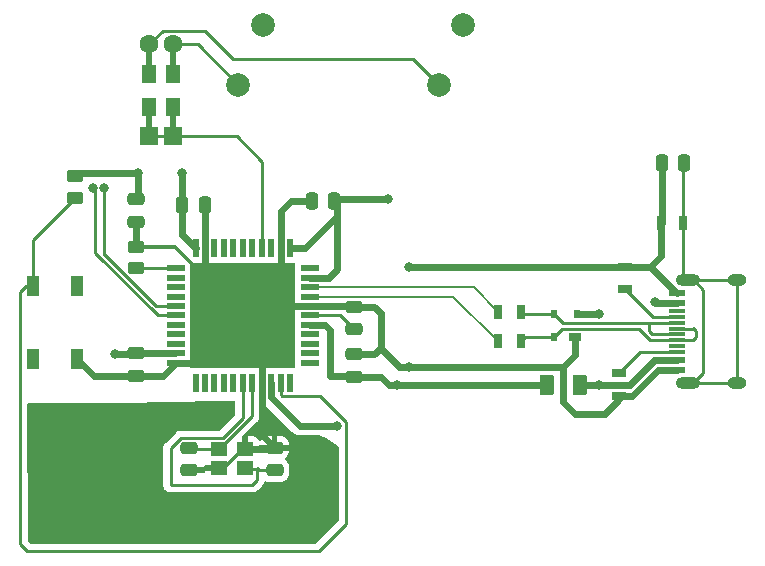
<source format=gbl>
%TF.GenerationSoftware,KiCad,Pcbnew,7.0.2*%
%TF.CreationDate,2023-06-21T18:27:12-05:00*%
%TF.ProjectId,MXB_INTMCU.kicad_pro,4d58425f-494e-4544-9d43-552e6b696361,rev?*%
%TF.SameCoordinates,Original*%
%TF.FileFunction,Copper,L2,Bot*%
%TF.FilePolarity,Positive*%
%FSLAX46Y46*%
G04 Gerber Fmt 4.6, Leading zero omitted, Abs format (unit mm)*
G04 Created by KiCad (PCBNEW 7.0.2) date 2023-06-21 18:27:12*
%MOMM*%
%LPD*%
G01*
G04 APERTURE LIST*
G04 Aperture macros list*
%AMRoundRect*
0 Rectangle with rounded corners*
0 $1 Rounding radius*
0 $2 $3 $4 $5 $6 $7 $8 $9 X,Y pos of 4 corners*
0 Add a 4 corners polygon primitive as box body*
4,1,4,$2,$3,$4,$5,$6,$7,$8,$9,$2,$3,0*
0 Add four circle primitives for the rounded corners*
1,1,$1+$1,$2,$3*
1,1,$1+$1,$4,$5*
1,1,$1+$1,$6,$7*
1,1,$1+$1,$8,$9*
0 Add four rect primitives between the rounded corners*
20,1,$1+$1,$2,$3,$4,$5,0*
20,1,$1+$1,$4,$5,$6,$7,0*
20,1,$1+$1,$6,$7,$8,$9,0*
20,1,$1+$1,$8,$9,$2,$3,0*%
G04 Aperture macros list end*
%TA.AperFunction,SMDPad,CuDef*%
%ADD10R,1.400000X1.200000*%
%TD*%
%TA.AperFunction,SMDPad,CuDef*%
%ADD11R,1.200000X1.600000*%
%TD*%
%TA.AperFunction,SMDPad,CuDef*%
%ADD12R,0.500000X2.900000*%
%TD*%
%TA.AperFunction,ComponentPad*%
%ADD13C,1.600000*%
%TD*%
%TA.AperFunction,ComponentPad*%
%ADD14R,1.600000X1.600000*%
%TD*%
%TA.AperFunction,ComponentPad*%
%ADD15C,2.000000*%
%TD*%
%TA.AperFunction,ComponentPad*%
%ADD16O,2.100000X1.000000*%
%TD*%
%TA.AperFunction,ComponentPad*%
%ADD17O,1.600000X1.000000*%
%TD*%
%TA.AperFunction,SMDPad,CuDef*%
%ADD18R,1.450000X0.600000*%
%TD*%
%TA.AperFunction,SMDPad,CuDef*%
%ADD19R,1.450000X0.300000*%
%TD*%
%TA.AperFunction,SMDPad,CuDef*%
%ADD20RoundRect,0.250000X-0.250000X-0.475000X0.250000X-0.475000X0.250000X0.475000X-0.250000X0.475000X0*%
%TD*%
%TA.AperFunction,SMDPad,CuDef*%
%ADD21R,0.700000X1.300000*%
%TD*%
%TA.AperFunction,SMDPad,CuDef*%
%ADD22RoundRect,0.250000X0.250000X0.475000X-0.250000X0.475000X-0.250000X-0.475000X0.250000X-0.475000X0*%
%TD*%
%TA.AperFunction,SMDPad,CuDef*%
%ADD23RoundRect,0.250000X0.450000X-0.262500X0.450000X0.262500X-0.450000X0.262500X-0.450000X-0.262500X0*%
%TD*%
%TA.AperFunction,SMDPad,CuDef*%
%ADD24RoundRect,0.250000X-0.450000X0.262500X-0.450000X-0.262500X0.450000X-0.262500X0.450000X0.262500X0*%
%TD*%
%TA.AperFunction,SMDPad,CuDef*%
%ADD25RoundRect,0.250000X-0.475000X0.250000X-0.475000X-0.250000X0.475000X-0.250000X0.475000X0.250000X0*%
%TD*%
%TA.AperFunction,SMDPad,CuDef*%
%ADD26R,1.100000X1.800000*%
%TD*%
%TA.AperFunction,SMDPad,CuDef*%
%ADD27RoundRect,0.250000X0.375000X0.625000X-0.375000X0.625000X-0.375000X-0.625000X0.375000X-0.625000X0*%
%TD*%
%TA.AperFunction,SMDPad,CuDef*%
%ADD28R,1.300000X0.700000*%
%TD*%
%TA.AperFunction,SMDPad,CuDef*%
%ADD29R,0.600000X0.700000*%
%TD*%
%TA.AperFunction,SMDPad,CuDef*%
%ADD30R,1.000000X0.700000*%
%TD*%
%TA.AperFunction,SMDPad,CuDef*%
%ADD31R,0.550000X1.500000*%
%TD*%
%TA.AperFunction,SMDPad,CuDef*%
%ADD32R,1.500000X0.550000*%
%TD*%
%TA.AperFunction,SMDPad,CuDef*%
%ADD33RoundRect,0.250000X0.475000X-0.250000X0.475000X0.250000X-0.475000X0.250000X-0.475000X-0.250000X0*%
%TD*%
%TA.AperFunction,ViaPad*%
%ADD34C,0.800000*%
%TD*%
%TA.AperFunction,Conductor*%
%ADD35C,0.600000*%
%TD*%
%TA.AperFunction,Conductor*%
%ADD36C,0.254000*%
%TD*%
%TA.AperFunction,Conductor*%
%ADD37C,0.431800*%
%TD*%
%TA.AperFunction,Conductor*%
%ADD38C,0.250000*%
%TD*%
%TA.AperFunction,Conductor*%
%ADD39C,0.300000*%
%TD*%
%TA.AperFunction,Conductor*%
%ADD40C,0.200000*%
%TD*%
G04 APERTURE END LIST*
D10*
%TO.P,X1,1,1*%
%TO.N,XTAL1*%
X118950000Y-92800000D03*
%TO.P,X1,2,2*%
%TO.N,GND*%
X121150000Y-92800000D03*
%TO.P,X1,3,3*%
%TO.N,XTAL2*%
X121150000Y-94400000D03*
%TO.P,X1,4,4*%
%TO.N,GND*%
X118950000Y-94400000D03*
%TD*%
D11*
%TO.P,D2,2*%
%TO.N,Net-(D2-Pad2)*%
X115050000Y-61000000D03*
D12*
X115050000Y-59900000D03*
D13*
X115050000Y-58500000D03*
D14*
%TO.P,D2,1*%
%TO.N,ROW0*%
X115050000Y-66300000D03*
D12*
X115050000Y-64900000D03*
D11*
X115050000Y-63800000D03*
%TD*%
D15*
%TO.P,SW1,2*%
%TO.N,COL0*%
X139650000Y-56900000D03*
%TO.P,SW1,1*%
%TO.N,Net-(D1-Pad2)*%
X137550000Y-61900000D03*
%TD*%
D11*
%TO.P,D1,2*%
%TO.N,Net-(D1-Pad2)*%
X113050000Y-61000000D03*
D12*
X113050000Y-59900000D03*
D13*
X113050000Y-58500000D03*
D14*
%TO.P,D1,1*%
%TO.N,ROW0*%
X113050000Y-66300000D03*
D12*
X113050000Y-64900000D03*
D11*
X113050000Y-63800000D03*
%TD*%
D15*
%TO.P,SW2,2*%
%TO.N,COL1*%
X122650000Y-56900000D03*
%TO.P,SW2,1*%
%TO.N,Net-(D2-Pad2)*%
X120550000Y-61900000D03*
%TD*%
D16*
%TO.P,USB1,13,SHIELD*%
%TO.N,Net-(USB1-SHIELD)*%
X158632500Y-87130000D03*
D17*
X162812500Y-87130000D03*
D16*
X158632500Y-78490000D03*
D17*
X162812500Y-78490000D03*
D18*
%TO.P,USB1,12,GND*%
%TO.N,GND*%
X157717500Y-86035000D03*
%TO.P,USB1,11,VBUS*%
%TO.N,VCC*%
X157717500Y-85260000D03*
D19*
%TO.P,USB1,10,CC2*%
%TO.N,Net-(USB1-CC2)*%
X157717500Y-84560000D03*
%TO.P,USB1,9,SBU1*%
%TO.N,unconnected-(USB1-SBU1-Pad9)*%
X157717500Y-84060000D03*
%TO.P,USB1,8,DP2*%
%TO.N,Net-(U2-IO1)*%
X157717500Y-83560000D03*
%TO.P,USB1,7,DN1*%
%TO.N,Net-(U2-IO2)*%
X157717500Y-83060000D03*
%TO.P,USB1,6,DP1*%
%TO.N,Net-(U2-IO1)*%
X157717500Y-82560000D03*
%TO.P,USB1,5,DN2*%
%TO.N,Net-(U2-IO2)*%
X157717500Y-82060000D03*
%TO.P,USB1,4,CC1*%
%TO.N,Net-(USB1-CC1)*%
X157717500Y-81560000D03*
%TO.P,USB1,3,SBU2*%
%TO.N,unconnected-(USB1-SBU2-Pad3)*%
X157717500Y-81060000D03*
D18*
%TO.P,USB1,2,VBUS*%
%TO.N,VCC*%
X157717500Y-80360000D03*
%TO.P,USB1,1,GND*%
%TO.N,GND*%
X157717500Y-79585000D03*
%TD*%
D20*
%TO.P,C9,2*%
%TO.N,Net-(USB1-SHIELD)*%
X158350000Y-68550000D03*
%TO.P,C9,1*%
%TO.N,GND*%
X156450000Y-68550000D03*
%TD*%
D21*
%TO.P,UR4,2*%
%TO.N,D-*%
X142600000Y-81150000D03*
%TO.P,UR4,1*%
%TO.N,Net-(U2-IO2)*%
X144500000Y-81150000D03*
%TD*%
D22*
%TO.P,C7,2*%
%TO.N,GND*%
X126800000Y-71725000D03*
%TO.P,C7,1*%
%TO.N,+5V*%
X128700000Y-71725000D03*
%TD*%
D21*
%TO.P,UR1,2*%
%TO.N,Net-(USB1-SHIELD)*%
X158275000Y-73660000D03*
%TO.P,UR1,1*%
%TO.N,GND*%
X156375000Y-73660000D03*
%TD*%
D23*
%TO.P,R2,2*%
%TO.N,GND*%
X111950000Y-75637500D03*
%TO.P,R2,1*%
%TO.N,Net-(U1-~{HWB{slash}PE2})*%
X111950000Y-77462500D03*
%TD*%
D24*
%TO.P,R1,2*%
%TO.N,Net-(U1-~{RESET})*%
X106800000Y-71487500D03*
%TO.P,R1,1*%
%TO.N,+5V*%
X106800000Y-69662500D03*
%TD*%
D25*
%TO.P,C3,2*%
%TO.N,GND*%
X111925000Y-86550000D03*
%TO.P,C3,1*%
%TO.N,+5V*%
X111925000Y-84650000D03*
%TD*%
D26*
%TO.P,SW50,4*%
%TO.N,N/C*%
X106925000Y-78925000D03*
%TO.P,SW50,3*%
X103225000Y-85125000D03*
%TO.P,SW50,2,2*%
%TO.N,Net-(U1-~{RESET})*%
X103225000Y-78925000D03*
%TO.P,SW50,1,1*%
%TO.N,GND*%
X106925000Y-85125000D03*
%TD*%
D27*
%TO.P,F1,2*%
%TO.N,+5V*%
X146700000Y-87300000D03*
%TO.P,F1,1*%
%TO.N,VCC*%
X149500000Y-87300000D03*
%TD*%
D25*
%TO.P,C8,2*%
%TO.N,Net-(U1-UCap)*%
X130375000Y-82625000D03*
%TO.P,C8,1*%
%TO.N,GND*%
X130375000Y-80725000D03*
%TD*%
D28*
%TO.P,UR3,2*%
%TO.N,Net-(USB1-CC2)*%
X152850000Y-86350000D03*
%TO.P,UR3,1*%
%TO.N,GND*%
X152850000Y-88250000D03*
%TD*%
D29*
%TO.P,U2,4,VCC*%
%TO.N,VCC*%
X149250000Y-81300000D03*
%TO.P,U2,3,IO2*%
%TO.N,Net-(U2-IO2)*%
X147350000Y-81300000D03*
%TO.P,U2,2,IO1*%
%TO.N,Net-(U2-IO1)*%
X147350000Y-83300000D03*
D30*
%TO.P,U2,1,GND*%
%TO.N,GND*%
X149050000Y-83300000D03*
%TD*%
D25*
%TO.P,C6,2*%
%TO.N,GND*%
X111925000Y-73500000D03*
%TO.P,C6,1*%
%TO.N,+5V*%
X111925000Y-71600000D03*
%TD*%
%TO.P,C2,2*%
%TO.N,GND*%
X116450000Y-94550000D03*
%TO.P,C2,1*%
%TO.N,XTAL1*%
X116450000Y-92650000D03*
%TD*%
D20*
%TO.P,C5,2*%
%TO.N,GND*%
X117750000Y-72100000D03*
%TO.P,C5,1*%
%TO.N,+5V*%
X115850000Y-72100000D03*
%TD*%
D31*
%TO.P,U1,44,AVCC*%
%TO.N,+5V*%
X124968750Y-75753750D03*
%TO.P,U1,43,GND*%
%TO.N,GND*%
X124168750Y-75753750D03*
%TO.P,U1,42,AREF*%
%TO.N,unconnected-(U1-AREF-Pad42)*%
X123368750Y-75753750D03*
%TO.P,U1,41,PF0*%
%TO.N,ROW0*%
X122568750Y-75753750D03*
%TO.P,U1,40,PF1*%
%TO.N,unconnected-(U1-PF1-Pad40)*%
X121768750Y-75753750D03*
%TO.P,U1,39,PF4*%
%TO.N,unconnected-(U1-PF4-Pad39)*%
X120968750Y-75753750D03*
%TO.P,U1,38,PF5*%
%TO.N,unconnected-(U1-PF5-Pad38)*%
X120168750Y-75753750D03*
%TO.P,U1,37,PF6*%
%TO.N,unconnected-(U1-PF6-Pad37)*%
X119368750Y-75753750D03*
%TO.P,U1,36,PF7*%
%TO.N,unconnected-(U1-PF7-Pad36)*%
X118568750Y-75753750D03*
%TO.P,U1,35,GND*%
%TO.N,GND*%
X117768750Y-75753750D03*
%TO.P,U1,34,VCC*%
%TO.N,+5V*%
X116968750Y-75753750D03*
D32*
%TO.P,U1,33,~{HWB/PE2}*%
%TO.N,Net-(U1-~{HWB{slash}PE2})*%
X115268750Y-77453750D03*
%TO.P,U1,32,PC7*%
%TO.N,unconnected-(U1-PC7-Pad32)*%
X115268750Y-78253750D03*
%TO.P,U1,31,PC6*%
%TO.N,unconnected-(U1-PC6-Pad31)*%
X115268750Y-79053750D03*
%TO.P,U1,30,PB6*%
%TO.N,unconnected-(U1-PB6-Pad30)*%
X115268750Y-79853750D03*
%TO.P,U1,29,PB5*%
%TO.N,COL1*%
X115268750Y-80653750D03*
%TO.P,U1,28,PB4*%
%TO.N,COL0*%
X115268750Y-81453750D03*
%TO.P,U1,27,T0/PD7*%
%TO.N,unconnected-(U1-T0{slash}PD7-Pad27)*%
X115268750Y-82253750D03*
%TO.P,U1,26,T1/PD6*%
%TO.N,unconnected-(U1-T1{slash}PD6-Pad26)*%
X115268750Y-83053750D03*
%TO.P,U1,25,ICP1/PD4*%
%TO.N,unconnected-(U1-ICP1{slash}PD4-Pad25)*%
X115268750Y-83853750D03*
%TO.P,U1,24,AVCC*%
%TO.N,+5V*%
X115268750Y-84653750D03*
%TO.P,U1,23,GND*%
%TO.N,GND*%
X115268750Y-85453750D03*
D31*
%TO.P,U1,22,PD5/XCK1*%
%TO.N,COL9*%
X116968750Y-87153750D03*
%TO.P,U1,21,PD3/TXD1*%
%TO.N,COL8*%
X117768750Y-87153750D03*
%TO.P,U1,20,PD2/RXD1*%
%TO.N,COL7*%
X118568750Y-87153750D03*
%TO.P,U1,19,PD1/INT1*%
%TO.N,COL6*%
X119368750Y-87153750D03*
%TO.P,U1,18,PD0/INT0*%
%TO.N,COL5*%
X120168750Y-87153750D03*
%TO.P,U1,17,XTAL2*%
%TO.N,XTAL2*%
X120968750Y-87153750D03*
%TO.P,U1,16,XTAL1*%
%TO.N,XTAL1*%
X121768750Y-87153750D03*
%TO.P,U1,15,GND*%
%TO.N,GND*%
X122568750Y-87153750D03*
%TO.P,U1,14,VCC*%
%TO.N,+5V*%
X123368750Y-87153750D03*
%TO.P,U1,13,~{RESET}*%
%TO.N,Net-(U1-~{RESET})*%
X124168750Y-87153750D03*
%TO.P,U1,12,PB7/~{RTS}*%
%TO.N,unconnected-(U1-PB7{slash}~{RTS}-Pad12)*%
X124968750Y-87153750D03*
D32*
%TO.P,U1,11,PB3/MISO*%
%TO.N,unconnected-(U1-PB3{slash}MISO-Pad11)*%
X126668750Y-85453750D03*
%TO.P,U1,10,PB2/MOSI*%
%TO.N,unconnected-(U1-PB2{slash}MOSI-Pad10)*%
X126668750Y-84653750D03*
%TO.P,U1,9,PB1/SCK*%
%TO.N,unconnected-(U1-PB1{slash}SCK-Pad9)*%
X126668750Y-83853750D03*
%TO.P,U1,8,PB0/SS*%
%TO.N,unconnected-(U1-PB0{slash}SS-Pad8)*%
X126668750Y-83053750D03*
%TO.P,U1,7,VBus*%
%TO.N,+5V*%
X126668750Y-82253750D03*
%TO.P,U1,6,UCap*%
%TO.N,Net-(U1-UCap)*%
X126668750Y-81453750D03*
%TO.P,U1,5,UGnd*%
%TO.N,GND*%
X126668750Y-80653750D03*
%TO.P,U1,4,D+*%
%TO.N,D+*%
X126668750Y-79853750D03*
%TO.P,U1,3,D-*%
%TO.N,D-*%
X126668750Y-79053750D03*
%TO.P,U1,2,UVcc*%
%TO.N,+5V*%
X126668750Y-78253750D03*
%TO.P,U1,1,PE6/AIN0*%
%TO.N,unconnected-(U1-PE6{slash}AIN0-Pad1)*%
X126668750Y-77453750D03*
%TD*%
D25*
%TO.P,C1,2*%
%TO.N,XTAL2*%
X123650000Y-94550000D03*
%TO.P,C1,1*%
%TO.N,GND*%
X123650000Y-92650000D03*
%TD*%
D33*
%TO.P,C4,2*%
%TO.N,GND*%
X130350000Y-84730000D03*
%TO.P,C4,1*%
%TO.N,+5V*%
X130350000Y-86630000D03*
%TD*%
D21*
%TO.P,UR5,2*%
%TO.N,Net-(U2-IO1)*%
X144500000Y-83650000D03*
%TO.P,UR5,1*%
%TO.N,D+*%
X142600000Y-83650000D03*
%TD*%
D28*
%TO.P,UR2,2*%
%TO.N,GND*%
X153350000Y-77350000D03*
%TO.P,UR2,1*%
%TO.N,Net-(USB1-CC1)*%
X153350000Y-79250000D03*
%TD*%
D34*
%TO.N,GND*%
X135050000Y-85800000D03*
X135050000Y-77350000D03*
%TO.N,COL0*%
X108250497Y-70700000D03*
%TO.N,COL1*%
X109250000Y-70700000D03*
%TO.N,GND*%
X106275000Y-99275000D03*
X106075000Y-91175000D03*
X126275000Y-98050000D03*
X117725000Y-99175000D03*
%TO.N,VCC*%
X151100000Y-81300000D03*
%TO.N,+5V*%
X128975000Y-90800000D03*
X133288000Y-71554000D03*
X112100000Y-69375000D03*
X134050000Y-87375000D03*
X115825000Y-69375000D03*
%TO.N,VCC*%
X151100000Y-87300000D03*
%TO.N,+5V*%
X110150000Y-84675000D03*
%TO.N,VCC*%
X155850000Y-80300000D03*
%TD*%
D35*
%TO.N,GND*%
X115268750Y-85453750D02*
X119196250Y-85453750D01*
X119196250Y-85453750D02*
X122568750Y-82081250D01*
%TO.N,+5V*%
X133380000Y-87375000D02*
X132635000Y-86630000D01*
X132635000Y-86630000D02*
X130350000Y-86630000D01*
X134050000Y-87375000D02*
X133380000Y-87375000D01*
X146625000Y-87375000D02*
X146700000Y-87300000D01*
X134050000Y-87375000D02*
X146625000Y-87375000D01*
D36*
%TO.N,GND*%
X116550000Y-94450000D02*
X116450000Y-94550000D01*
X118950000Y-94450000D02*
X116550000Y-94450000D01*
X119196000Y-94450000D02*
X120896000Y-92750000D01*
X120896000Y-92750000D02*
X121150000Y-92750000D01*
X118950000Y-94450000D02*
X119196000Y-94450000D01*
D37*
X118950000Y-94450000D02*
X118950000Y-94400000D01*
D35*
X135050000Y-77350000D02*
X153350000Y-77350000D01*
%TO.N,+5V*%
X128350000Y-86550000D02*
X130270000Y-86550000D01*
X130270000Y-86550000D02*
X130350000Y-86630000D01*
X128350000Y-82710000D02*
X128350000Y-86550000D01*
X127893750Y-82253750D02*
X128350000Y-82710000D01*
X126668750Y-82253750D02*
X127893750Y-82253750D01*
%TO.N,GND*%
X153900000Y-88250000D02*
X152850000Y-88250000D01*
X156115000Y-86035000D02*
X153900000Y-88250000D01*
X157717500Y-86035000D02*
X156115000Y-86035000D01*
X108350000Y-86550000D02*
X106925000Y-85125000D01*
X111925000Y-86550000D02*
X108350000Y-86550000D01*
X132630000Y-84210000D02*
X134220000Y-85800000D01*
X134220000Y-85800000D02*
X148100000Y-85800000D01*
X132630000Y-84210000D02*
X132630000Y-81240000D01*
X132115000Y-80725000D02*
X130375000Y-80725000D01*
X132110000Y-84730000D02*
X132630000Y-84210000D01*
X130350000Y-84730000D02*
X132110000Y-84730000D01*
X132630000Y-81240000D02*
X132115000Y-80725000D01*
D38*
%TO.N,Net-(U2-IO1)*%
X144850000Y-83300000D02*
X144500000Y-83650000D01*
X147350000Y-83300000D02*
X144850000Y-83300000D01*
D35*
%TO.N,+5V*%
X133288000Y-71554000D02*
X128871000Y-71554000D01*
X128871000Y-71554000D02*
X128700000Y-71725000D01*
%TO.N,GND*%
X123550000Y-92750000D02*
X123650000Y-92650000D01*
X121150000Y-92750000D02*
X123550000Y-92750000D01*
D38*
%TO.N,XTAL2*%
X122125000Y-94450000D02*
X122175000Y-94400000D01*
X121150000Y-94450000D02*
X122125000Y-94450000D01*
X123650000Y-94550000D02*
X122325000Y-94550000D01*
X122325000Y-94550000D02*
X122175000Y-94400000D01*
D35*
%TO.N,GND*%
X122568750Y-91568750D02*
X123650000Y-92650000D01*
X122568750Y-87153750D02*
X122568750Y-91568750D01*
D38*
%TO.N,Net-(D2-Pad2)*%
X115050000Y-58500000D02*
X117150000Y-58500000D01*
X117150000Y-58500000D02*
X120550000Y-61900000D01*
%TO.N,Net-(D1-Pad2)*%
X117775000Y-57375000D02*
X120100000Y-59700000D01*
X114175000Y-57375000D02*
X117775000Y-57375000D01*
X120100000Y-59700000D02*
X135350000Y-59700000D01*
X113050000Y-58500000D02*
X114175000Y-57375000D01*
X135350000Y-59700000D02*
X137550000Y-61900000D01*
%TO.N,ROW0*%
X115050000Y-66300000D02*
X113050000Y-66300000D01*
X122568750Y-68418750D02*
X120450000Y-66300000D01*
X120450000Y-66300000D02*
X115050000Y-66300000D01*
X122568750Y-75753750D02*
X122568750Y-68418750D01*
%TO.N,COL0*%
X108450000Y-70700000D02*
X108250497Y-70700000D01*
X113767354Y-81453750D02*
X108450000Y-76136396D01*
X108450000Y-76136396D02*
X108450000Y-70700000D01*
X115268750Y-81453750D02*
X113767354Y-81453750D01*
%TO.N,COL1*%
X109250000Y-76300000D02*
X109250000Y-70700000D01*
X109261827Y-76300000D02*
X109250000Y-76300000D01*
X113615577Y-80653750D02*
X109261827Y-76300000D01*
X115268750Y-80653750D02*
X113615577Y-80653750D01*
%TO.N,Net-(U1-~{RESET})*%
X103225000Y-75062500D02*
X103225000Y-78925000D01*
X106800000Y-71487500D02*
X103225000Y-75062500D01*
D35*
%TO.N,+5V*%
X107087500Y-69375000D02*
X106800000Y-69662500D01*
X112100000Y-69375000D02*
X107087500Y-69375000D01*
D38*
%TO.N,Net-(U1-~{RESET})*%
X102625000Y-78925000D02*
X103225000Y-78925000D01*
X102075000Y-79475000D02*
X102625000Y-78925000D01*
X102075000Y-100800000D02*
X102075000Y-79475000D01*
X102675000Y-101400000D02*
X102075000Y-100800000D01*
X127425000Y-101400000D02*
X102675000Y-101400000D01*
X129700000Y-99125000D02*
X127425000Y-101400000D01*
X129700000Y-90499695D02*
X129700000Y-99125000D01*
X124309866Y-88294866D02*
X127495171Y-88294866D01*
X124168750Y-88153750D02*
X124309866Y-88294866D01*
X124168750Y-87153750D02*
X124168750Y-88153750D01*
X127495171Y-88294866D02*
X129700000Y-90499695D01*
D35*
%TO.N,GND*%
X148675000Y-89375000D02*
X148200000Y-88900000D01*
X122568750Y-82081250D02*
X122568750Y-87153750D01*
X148100000Y-85800000D02*
X148100000Y-88800000D01*
X117768750Y-72118750D02*
X117768750Y-75753750D01*
X155482500Y-77350000D02*
X157717500Y-79585000D01*
D39*
X115212500Y-75637500D02*
X116856250Y-77281250D01*
D35*
X125075000Y-71725000D02*
X124168750Y-72631250D01*
X153350000Y-77350000D02*
X155482500Y-77350000D01*
X151600000Y-89800000D02*
X152850000Y-88550000D01*
X152850000Y-88550000D02*
X152850000Y-88250000D01*
X114172500Y-86550000D02*
X115268750Y-85453750D01*
X156375000Y-73660000D02*
X156375000Y-76457500D01*
X156375000Y-76457500D02*
X155482500Y-77350000D01*
X123500000Y-92800000D02*
X123650000Y-92650000D01*
X117750000Y-72100000D02*
X117768750Y-72118750D01*
X130303750Y-80653750D02*
X126668750Y-80653750D01*
X111925000Y-86550000D02*
X114172500Y-86550000D01*
X126800000Y-71725000D02*
X125075000Y-71725000D01*
X124168750Y-72631250D02*
X124168750Y-75753750D01*
D39*
X111950000Y-75637500D02*
X115212500Y-75637500D01*
D35*
X124168750Y-80481250D02*
X122568750Y-82081250D01*
X156450000Y-68550000D02*
X156450000Y-73585000D01*
X149100000Y-84800000D02*
X148100000Y-85800000D01*
X148675000Y-89375000D02*
X149100000Y-89800000D01*
X124168750Y-80481250D02*
X124341250Y-80653750D01*
X124168750Y-75753750D02*
X124168750Y-80481250D01*
D39*
X116856250Y-77281250D02*
X117768750Y-77281250D01*
D35*
X111925000Y-75612500D02*
X111950000Y-75637500D01*
X130375000Y-80725000D02*
X130303750Y-80653750D01*
X149100000Y-83300000D02*
X149100000Y-84800000D01*
X111925000Y-73500000D02*
X111925000Y-75612500D01*
X117768750Y-77281250D02*
X122568750Y-82081250D01*
X156450000Y-73585000D02*
X156375000Y-73660000D01*
X148100000Y-88800000D02*
X148675000Y-89375000D01*
X117768750Y-75753750D02*
X117768750Y-77281250D01*
X149050000Y-83300000D02*
X149100000Y-83300000D01*
X149100000Y-89800000D02*
X151600000Y-89800000D01*
X124341250Y-80653750D02*
X126668750Y-80653750D01*
D40*
%TO.N,D+*%
X142600000Y-83650000D02*
X138803750Y-79853750D01*
X138803750Y-79853750D02*
X126668750Y-79853750D01*
%TO.N,D-*%
X142600000Y-81150000D02*
X140503750Y-79053750D01*
X140503750Y-79053750D02*
X126668750Y-79053750D01*
D38*
%TO.N,Net-(U1-UCap)*%
X130375000Y-82625000D02*
X129203750Y-81453750D01*
X129203750Y-81453750D02*
X126668750Y-81453750D01*
%TO.N,Net-(USB1-SHIELD)*%
X162812500Y-78490000D02*
X158632500Y-78490000D01*
X158350000Y-68550000D02*
X158275000Y-68625000D01*
X159950000Y-86300000D02*
X159120000Y-87130000D01*
X158275000Y-73660000D02*
X158275000Y-78132500D01*
X158275000Y-68625000D02*
X158275000Y-73660000D01*
X162812500Y-87130000D02*
X158632500Y-87130000D01*
X158632500Y-78490000D02*
X159182500Y-78490000D01*
X158275000Y-78132500D02*
X158632500Y-78490000D01*
X159120000Y-87130000D02*
X158632500Y-87130000D01*
X159182500Y-78490000D02*
X159950000Y-79257500D01*
X162812500Y-87130000D02*
X162812500Y-78490000D01*
X159950000Y-79257500D02*
X159950000Y-86300000D01*
D35*
%TO.N,+5V*%
X115825000Y-69375000D02*
X115825000Y-72075000D01*
%TO.N,VCC*%
X149500000Y-87300000D02*
X153718630Y-87300000D01*
%TO.N,+5V*%
X123368750Y-88378750D02*
X123368750Y-87153750D01*
X126271250Y-75753750D02*
X128950000Y-73075000D01*
X128700000Y-71725000D02*
X128950000Y-71975000D01*
X110150000Y-84675000D02*
X111900000Y-84675000D01*
X128950000Y-77525000D02*
X128221250Y-78253750D01*
X124968750Y-75753750D02*
X126271250Y-75753750D01*
%TO.N,VCC*%
X155783629Y-85235000D02*
X157692500Y-85235000D01*
%TO.N,+5V*%
X115850000Y-74635000D02*
X116968750Y-75753750D01*
%TO.N,VCC*%
X149250000Y-81300000D02*
X151100000Y-81300000D01*
%TO.N,+5V*%
X112100000Y-69375000D02*
X112100000Y-71425000D01*
%TO.N,VCC*%
X153718630Y-87300000D02*
X155783629Y-85235000D01*
%TO.N,+5V*%
X128221250Y-78253750D02*
X126668750Y-78253750D01*
X111925000Y-84650000D02*
X115265000Y-84650000D01*
X128975000Y-90800000D02*
X125790000Y-90800000D01*
X115825000Y-72075000D02*
X115850000Y-72100000D01*
X128950000Y-71975000D02*
X128950000Y-73075000D01*
X115850000Y-72100000D02*
X115850000Y-74635000D01*
X111900000Y-84675000D02*
X111925000Y-84650000D01*
X125790000Y-90800000D02*
X123368750Y-88378750D01*
X112100000Y-71425000D02*
X111925000Y-71600000D01*
X128950000Y-73075000D02*
X128950000Y-77525000D01*
%TO.N,VCC*%
X155935000Y-80385000D02*
X157717500Y-80385000D01*
X155850000Y-80300000D02*
X155935000Y-80385000D01*
D38*
%TO.N,Net-(U1-~{HWB{slash}PE2})*%
X111958750Y-77453750D02*
X115268750Y-77453750D01*
X111950000Y-77462500D02*
X111958750Y-77453750D01*
%TO.N,Net-(U2-IO1)*%
X159090000Y-83560000D02*
X159350000Y-83300000D01*
X147350000Y-83300000D02*
X148025000Y-82625000D01*
X159350000Y-82800000D02*
X159100000Y-82550000D01*
X159100000Y-82550000D02*
X159090000Y-82560000D01*
X155473604Y-83560000D02*
X157717500Y-83560000D01*
X157717500Y-83560000D02*
X159090000Y-83560000D01*
X154538604Y-82625000D02*
X155473604Y-83560000D01*
X148025000Y-82625000D02*
X154538604Y-82625000D01*
X159090000Y-82560000D02*
X157717500Y-82560000D01*
X159350000Y-83300000D02*
X159350000Y-82800000D01*
%TO.N,Net-(U2-IO2)*%
X157717500Y-83060000D02*
X155610000Y-83060000D01*
X147350000Y-81300000D02*
X144650000Y-81300000D01*
X155610000Y-83060000D02*
X155350000Y-82800000D01*
X147350000Y-81300000D02*
X148110000Y-82060000D01*
X148110000Y-82060000D02*
X155350000Y-82060000D01*
X155350000Y-82060000D02*
X157717500Y-82060000D01*
X144650000Y-81300000D02*
X144500000Y-81150000D01*
X155350000Y-82800000D02*
X155350000Y-82060000D01*
%TO.N,Net-(USB1-CC1)*%
X155660000Y-81560000D02*
X157717500Y-81560000D01*
X153350000Y-79250000D02*
X155660000Y-81560000D01*
%TO.N,Net-(USB1-CC2)*%
X154590000Y-84560000D02*
X157717500Y-84560000D01*
X152850000Y-86300000D02*
X154590000Y-84560000D01*
X152850000Y-86350000D02*
X152850000Y-86300000D01*
%TO.N,XTAL2*%
X120968750Y-90144854D02*
X120968750Y-87153750D01*
X119288604Y-91825000D02*
X120968750Y-90144854D01*
X122175000Y-94400000D02*
X122175000Y-95375000D01*
X114850000Y-92711827D02*
X115736827Y-91825000D01*
X122175000Y-95375000D02*
X121750000Y-95800000D01*
X115736827Y-91825000D02*
X119288604Y-91825000D01*
X114850000Y-95800000D02*
X114850000Y-92711827D01*
X121750000Y-95800000D02*
X114850000Y-95800000D01*
%TO.N,XTAL1*%
X118950000Y-92800000D02*
X121768750Y-89981250D01*
X116600000Y-92800000D02*
X118950000Y-92800000D01*
X121768750Y-89981250D02*
X121768750Y-87153750D01*
X116450000Y-92650000D02*
X116600000Y-92800000D01*
%TD*%
%TA.AperFunction,Conductor*%
%TO.N,GND*%
G36*
X117864969Y-76766693D02*
G01*
X117868016Y-76770209D01*
X117915348Y-76833437D01*
X117936204Y-76861296D01*
X117969061Y-76885892D01*
X118010931Y-76941822D01*
X118018750Y-76985158D01*
X118018750Y-77003750D01*
X118088268Y-77003750D01*
X118094880Y-77003395D01*
X118153148Y-76997131D01*
X118179659Y-76997130D01*
X118186264Y-76997840D01*
X118186267Y-76997841D01*
X118245877Y-77004250D01*
X118891622Y-77004249D01*
X118951233Y-76997841D01*
X118951234Y-76997840D01*
X118955499Y-76997382D01*
X118982009Y-76997383D01*
X118986266Y-76997840D01*
X118986267Y-76997841D01*
X119045877Y-77004250D01*
X119691622Y-77004249D01*
X119751233Y-76997841D01*
X119751234Y-76997840D01*
X119755499Y-76997382D01*
X119782009Y-76997383D01*
X119786266Y-76997840D01*
X119786267Y-76997841D01*
X119845877Y-77004250D01*
X120491622Y-77004249D01*
X120551233Y-76997841D01*
X120551234Y-76997840D01*
X120555499Y-76997382D01*
X120582009Y-76997383D01*
X120586266Y-76997840D01*
X120586267Y-76997841D01*
X120645877Y-77004250D01*
X121291622Y-77004249D01*
X121351233Y-76997841D01*
X121351234Y-76997840D01*
X121355499Y-76997382D01*
X121382009Y-76997383D01*
X121386266Y-76997840D01*
X121386267Y-76997841D01*
X121445877Y-77004250D01*
X122091622Y-77004249D01*
X122151233Y-76997841D01*
X122151234Y-76997840D01*
X122155499Y-76997382D01*
X122182009Y-76997383D01*
X122186266Y-76997840D01*
X122186267Y-76997841D01*
X122245877Y-77004250D01*
X122891622Y-77004249D01*
X122951233Y-76997841D01*
X122951234Y-76997840D01*
X122955499Y-76997382D01*
X122982009Y-76997383D01*
X122986266Y-76997840D01*
X122986267Y-76997841D01*
X123045877Y-77004250D01*
X123691622Y-77004249D01*
X123751233Y-76997841D01*
X123751235Y-76997840D01*
X123757841Y-76997130D01*
X123784351Y-76997131D01*
X123842619Y-77003395D01*
X123849232Y-77003750D01*
X123918750Y-77003750D01*
X123918749Y-77003749D01*
X123918749Y-76985162D01*
X123938432Y-76918122D01*
X123968433Y-76885896D01*
X124001296Y-76861296D01*
X124022151Y-76833437D01*
X124317747Y-76836642D01*
X124336203Y-76861295D01*
X124336204Y-76861296D01*
X124369061Y-76885892D01*
X124410931Y-76941822D01*
X124418750Y-76985158D01*
X124418750Y-77003750D01*
X124488268Y-77003750D01*
X124494880Y-77003395D01*
X124553148Y-76997131D01*
X124579659Y-76997130D01*
X124586264Y-76997840D01*
X124586267Y-76997841D01*
X124645877Y-77004250D01*
X125276078Y-77004249D01*
X125343117Y-77023933D01*
X125388872Y-77076737D01*
X125400077Y-77127902D01*
X125415180Y-82579930D01*
X125418250Y-83688338D01*
X125418250Y-84173307D01*
X125418250Y-84173325D01*
X125418251Y-84176622D01*
X125418603Y-84179905D01*
X125418605Y-84179925D01*
X125418947Y-84183106D01*
X125419655Y-84195992D01*
X125419966Y-84307919D01*
X125419256Y-84321514D01*
X125418604Y-84327580D01*
X125418250Y-84330877D01*
X125418250Y-84334187D01*
X125418250Y-84334188D01*
X125418250Y-84973310D01*
X125418250Y-84973328D01*
X125418251Y-84976622D01*
X125418604Y-84979908D01*
X125418605Y-84979922D01*
X125421220Y-85004255D01*
X125421930Y-85017160D01*
X125422126Y-85087825D01*
X125421416Y-85101421D01*
X125418603Y-85127584D01*
X125418601Y-85127603D01*
X125418250Y-85130877D01*
X125418250Y-85134187D01*
X125418250Y-85134188D01*
X125418251Y-85776622D01*
X125418156Y-85773077D01*
X125402136Y-85840789D01*
X125351842Y-85889290D01*
X125288100Y-85903156D01*
X125291623Y-85903250D01*
X124649189Y-85903250D01*
X124649170Y-85903250D01*
X124645878Y-85903251D01*
X124642601Y-85903603D01*
X124642587Y-85903604D01*
X124582003Y-85910117D01*
X124555497Y-85910117D01*
X124494918Y-85903604D01*
X124494913Y-85903603D01*
X124491623Y-85903250D01*
X124488300Y-85903250D01*
X123849189Y-85903250D01*
X123849170Y-85903250D01*
X123845878Y-85903251D01*
X123842601Y-85903603D01*
X123842587Y-85903604D01*
X123782003Y-85910117D01*
X123755497Y-85910117D01*
X123694918Y-85903604D01*
X123694913Y-85903603D01*
X123691623Y-85903250D01*
X123688300Y-85903250D01*
X123049189Y-85903250D01*
X123049170Y-85903250D01*
X123045878Y-85903251D01*
X123042603Y-85903603D01*
X123042585Y-85903604D01*
X122979657Y-85910369D01*
X122953151Y-85910369D01*
X122894867Y-85904103D01*
X122888268Y-85903750D01*
X122818749Y-85903750D01*
X122818749Y-85922342D01*
X122799063Y-85989381D01*
X122769061Y-86021606D01*
X122736204Y-86046203D01*
X122668015Y-86137291D01*
X122654259Y-86147587D01*
X122479639Y-86149011D01*
X122469482Y-86137289D01*
X122401296Y-86046203D01*
X122368439Y-86021607D01*
X122326567Y-85965674D01*
X122318749Y-85922336D01*
X122318750Y-85903750D01*
X122249232Y-85903750D01*
X122242632Y-85904103D01*
X122184350Y-85910369D01*
X122157843Y-85910369D01*
X122094919Y-85903604D01*
X122094912Y-85903603D01*
X122091623Y-85903250D01*
X122088300Y-85903250D01*
X121449189Y-85903250D01*
X121449170Y-85903250D01*
X121445878Y-85903251D01*
X121442601Y-85903603D01*
X121442587Y-85903604D01*
X121382003Y-85910117D01*
X121355497Y-85910117D01*
X121294918Y-85903604D01*
X121294913Y-85903603D01*
X121291623Y-85903250D01*
X121288300Y-85903250D01*
X120649189Y-85903250D01*
X120649170Y-85903250D01*
X120645878Y-85903251D01*
X120642601Y-85903603D01*
X120642587Y-85903604D01*
X120582003Y-85910117D01*
X120555497Y-85910117D01*
X120494918Y-85903604D01*
X120494913Y-85903603D01*
X120491623Y-85903250D01*
X120488300Y-85903250D01*
X119849189Y-85903250D01*
X119849170Y-85903250D01*
X119845878Y-85903251D01*
X119842601Y-85903603D01*
X119842587Y-85903604D01*
X119782003Y-85910117D01*
X119755497Y-85910117D01*
X119694918Y-85903604D01*
X119694913Y-85903603D01*
X119691623Y-85903250D01*
X119688300Y-85903250D01*
X119049189Y-85903250D01*
X119049170Y-85903250D01*
X119045878Y-85903251D01*
X119042601Y-85903603D01*
X119042587Y-85903604D01*
X118982003Y-85910117D01*
X118955497Y-85910117D01*
X118894918Y-85903604D01*
X118894913Y-85903603D01*
X118891623Y-85903250D01*
X118888300Y-85903250D01*
X118249189Y-85903250D01*
X118249170Y-85903250D01*
X118245878Y-85903251D01*
X118242601Y-85903603D01*
X118242587Y-85903604D01*
X118182003Y-85910117D01*
X118155497Y-85910117D01*
X118094918Y-85903604D01*
X118094913Y-85903603D01*
X118091623Y-85903250D01*
X118088300Y-85903250D01*
X117449189Y-85903250D01*
X117449170Y-85903250D01*
X117445878Y-85903251D01*
X117442601Y-85903603D01*
X117442587Y-85903604D01*
X117382003Y-85910117D01*
X117355497Y-85910117D01*
X117294918Y-85903604D01*
X117294913Y-85903603D01*
X117291623Y-85903250D01*
X117288300Y-85903250D01*
X116645878Y-85903251D01*
X116648868Y-85903171D01*
X116581209Y-85887164D01*
X116532706Y-85836872D01*
X116518843Y-85773086D01*
X116518750Y-85776578D01*
X116518750Y-85703750D01*
X116230251Y-85703750D01*
X116233646Y-85382778D01*
X116261081Y-85372546D01*
X116376296Y-85286296D01*
X116376296Y-85286294D01*
X116376298Y-85286294D01*
X116400894Y-85253439D01*
X116456828Y-85211568D01*
X116500160Y-85203750D01*
X116518750Y-85203750D01*
X116518750Y-85134231D01*
X116518395Y-85127621D01*
X116512130Y-85069349D01*
X116512130Y-85042834D01*
X116512839Y-85036237D01*
X116512841Y-85036233D01*
X116519250Y-84976623D01*
X116519249Y-84330878D01*
X116512841Y-84271267D01*
X116512840Y-84271265D01*
X116512382Y-84267000D01*
X116512383Y-84240490D01*
X116512841Y-84236233D01*
X116519250Y-84176623D01*
X116519249Y-83530878D01*
X116512841Y-83471267D01*
X116512840Y-83471265D01*
X116512382Y-83467000D01*
X116512383Y-83440490D01*
X116518894Y-83379930D01*
X116519250Y-83376623D01*
X116519249Y-82730878D01*
X116512841Y-82671267D01*
X116512840Y-82671265D01*
X116512382Y-82667000D01*
X116512383Y-82640490D01*
X116518894Y-82579930D01*
X116519250Y-82576623D01*
X116519249Y-81930878D01*
X116512841Y-81871267D01*
X116512840Y-81871265D01*
X116512382Y-81867000D01*
X116512383Y-81840490D01*
X116518894Y-81779930D01*
X116519250Y-81776623D01*
X116519249Y-81130878D01*
X116512841Y-81071267D01*
X116512840Y-81071265D01*
X116512382Y-81067000D01*
X116512383Y-81040490D01*
X116518894Y-80979930D01*
X116519250Y-80976623D01*
X116519249Y-80330878D01*
X116512841Y-80271267D01*
X116512840Y-80271265D01*
X116512382Y-80267000D01*
X116512383Y-80240490D01*
X116518894Y-80179930D01*
X116519250Y-80176623D01*
X116519249Y-79530878D01*
X116512841Y-79471267D01*
X116512840Y-79471265D01*
X116512382Y-79467000D01*
X116512383Y-79440490D01*
X116518894Y-79379930D01*
X116519250Y-79376623D01*
X116519249Y-78730878D01*
X116512841Y-78671267D01*
X116512840Y-78671265D01*
X116512382Y-78667000D01*
X116512383Y-78640490D01*
X116518894Y-78579930D01*
X116519250Y-78576623D01*
X116519249Y-77930878D01*
X116512841Y-77871267D01*
X116512840Y-77871265D01*
X116512382Y-77867000D01*
X116512383Y-77840490D01*
X116518894Y-77779930D01*
X116519250Y-77776623D01*
X116519249Y-77130878D01*
X116519345Y-77134461D01*
X116535343Y-77066747D01*
X116585619Y-77018229D01*
X116649438Y-77004345D01*
X116645877Y-77004250D01*
X117291622Y-77004249D01*
X117351233Y-76997841D01*
X117351235Y-76997840D01*
X117357841Y-76997130D01*
X117384351Y-76997131D01*
X117442619Y-77003395D01*
X117449232Y-77003750D01*
X117518750Y-77003750D01*
X117518749Y-77003749D01*
X117518749Y-76985162D01*
X117538432Y-76918122D01*
X117568433Y-76885896D01*
X117601296Y-76861296D01*
X117669486Y-76770205D01*
X117676901Y-76764654D01*
X117864969Y-76766693D01*
G37*
%TD.AperFunction*%
%TD*%
%TA.AperFunction,Conductor*%
%TO.N,GND*%
G36*
X122593787Y-88671696D02*
G01*
X122634592Y-88717028D01*
X122635527Y-88716441D01*
X122638910Y-88721825D01*
X122640531Y-88723626D01*
X122641471Y-88725901D01*
X122642961Y-88728272D01*
X122663326Y-88760683D01*
X122670048Y-88772845D01*
X122686658Y-88807336D01*
X122710522Y-88837260D01*
X122718568Y-88848600D01*
X122738934Y-88881012D01*
X122770924Y-88913002D01*
X125160184Y-91302262D01*
X125287738Y-91429816D01*
X125304447Y-91440315D01*
X125320149Y-91450181D01*
X125331491Y-91458229D01*
X125361414Y-91482092D01*
X125395898Y-91498699D01*
X125408069Y-91505425D01*
X125440480Y-91525790D01*
X125476597Y-91538428D01*
X125489441Y-91543748D01*
X125520499Y-91558703D01*
X125523939Y-91560360D01*
X125561276Y-91568881D01*
X125574613Y-91572725D01*
X125610745Y-91585368D01*
X125648776Y-91589653D01*
X125662481Y-91591981D01*
X125699806Y-91600500D01*
X125745046Y-91600500D01*
X127540921Y-91600500D01*
X127605121Y-91618413D01*
X127975925Y-91842811D01*
X129014699Y-92471442D01*
X129061862Y-92522991D01*
X129074499Y-92577528D01*
X129074500Y-98814547D01*
X129054815Y-98881586D01*
X129038181Y-98902228D01*
X127202228Y-100738181D01*
X127140905Y-100771666D01*
X127114547Y-100774500D01*
X102985453Y-100774500D01*
X102918414Y-100754815D01*
X102897772Y-100738181D01*
X102833919Y-100674328D01*
X102800434Y-100613005D01*
X102797602Y-100587419D01*
X102725774Y-88975152D01*
X102745044Y-88907993D01*
X102797564Y-88861912D01*
X102850153Y-88850387D01*
X110800000Y-88875000D01*
X110801389Y-88874982D01*
X118958046Y-88720751D01*
X120216909Y-88696949D01*
X120284304Y-88715362D01*
X120331049Y-88767291D01*
X120343249Y-88820926D01*
X120343248Y-89834401D01*
X120323563Y-89901441D01*
X120306929Y-89922082D01*
X119065832Y-91163181D01*
X119004509Y-91196666D01*
X118978151Y-91199500D01*
X115819571Y-91199500D01*
X115799063Y-91197235D01*
X115728940Y-91199439D01*
X115725046Y-91199500D01*
X115697477Y-91199500D01*
X115693621Y-91199986D01*
X115693618Y-91199987D01*
X115693562Y-91199994D01*
X115693489Y-91200003D01*
X115681870Y-91200917D01*
X115638199Y-91202289D01*
X115618955Y-91207880D01*
X115599911Y-91211824D01*
X115580035Y-91214335D01*
X115539427Y-91230413D01*
X115528381Y-91234194D01*
X115486437Y-91246382D01*
X115486434Y-91246383D01*
X115469192Y-91256579D01*
X115451731Y-91265133D01*
X115433094Y-91272512D01*
X115397758Y-91298185D01*
X115388001Y-91304595D01*
X115350407Y-91326829D01*
X115336240Y-91340996D01*
X115321451Y-91353626D01*
X115305240Y-91365404D01*
X115277399Y-91399058D01*
X115269538Y-91407697D01*
X114466208Y-92211026D01*
X114450110Y-92223923D01*
X114402096Y-92275052D01*
X114399392Y-92277843D01*
X114382628Y-92294607D01*
X114382621Y-92294614D01*
X114379880Y-92297356D01*
X114377499Y-92300424D01*
X114377490Y-92300435D01*
X114377411Y-92300538D01*
X114369842Y-92309399D01*
X114339935Y-92341247D01*
X114330285Y-92358801D01*
X114319609Y-92375055D01*
X114307326Y-92390890D01*
X114289975Y-92430985D01*
X114284838Y-92441471D01*
X114263802Y-92479734D01*
X114258821Y-92499136D01*
X114252520Y-92517538D01*
X114244561Y-92535929D01*
X114237728Y-92579069D01*
X114235360Y-92590501D01*
X114224499Y-92632804D01*
X114224500Y-92652843D01*
X114222973Y-92672241D01*
X114219840Y-92692021D01*
X114223950Y-92735500D01*
X114224500Y-92747170D01*
X114224500Y-95729151D01*
X114222304Y-95752385D01*
X114220772Y-95760412D01*
X114224255Y-95815757D01*
X114224500Y-95823544D01*
X114224500Y-95839350D01*
X114224987Y-95843209D01*
X114224988Y-95843218D01*
X114226481Y-95855035D01*
X114227213Y-95862787D01*
X114230695Y-95918137D01*
X114233220Y-95925908D01*
X114238310Y-95948678D01*
X114239335Y-95956788D01*
X114239336Y-95956792D01*
X114259602Y-96007978D01*
X114259753Y-96008360D01*
X114262390Y-96015684D01*
X114270755Y-96041427D01*
X114279533Y-96068441D01*
X114279534Y-96068442D01*
X114283910Y-96075339D01*
X114294500Y-96096123D01*
X114297513Y-96103732D01*
X114330120Y-96148612D01*
X114334498Y-96155053D01*
X114364214Y-96201877D01*
X114370167Y-96207467D01*
X114385603Y-96224976D01*
X114390406Y-96231587D01*
X114433146Y-96266945D01*
X114438978Y-96272087D01*
X114479418Y-96310062D01*
X114486578Y-96313998D01*
X114505883Y-96327117D01*
X114512179Y-96332326D01*
X114562363Y-96355941D01*
X114569302Y-96359476D01*
X114604120Y-96378617D01*
X114617908Y-96386197D01*
X114625822Y-96388228D01*
X114647774Y-96396132D01*
X114650425Y-96397379D01*
X114655174Y-96399614D01*
X114709673Y-96410010D01*
X114717263Y-96411707D01*
X114770981Y-96425500D01*
X114779151Y-96425500D01*
X114802385Y-96427696D01*
X114810412Y-96429227D01*
X114865759Y-96425745D01*
X114873545Y-96425500D01*
X121667256Y-96425500D01*
X121687762Y-96427764D01*
X121690665Y-96427672D01*
X121690667Y-96427673D01*
X121757872Y-96425561D01*
X121761768Y-96425500D01*
X121785448Y-96425500D01*
X121789350Y-96425500D01*
X121793313Y-96424999D01*
X121804962Y-96424080D01*
X121848627Y-96422709D01*
X121867859Y-96417120D01*
X121886918Y-96413174D01*
X121898525Y-96411708D01*
X121906792Y-96410664D01*
X121947407Y-96394582D01*
X121958444Y-96390803D01*
X122000390Y-96378618D01*
X122017629Y-96368422D01*
X122035102Y-96359862D01*
X122036077Y-96359476D01*
X122053732Y-96352486D01*
X122089064Y-96326814D01*
X122098830Y-96320400D01*
X122100622Y-96319340D01*
X122136420Y-96298170D01*
X122150585Y-96284004D01*
X122165373Y-96271373D01*
X122181587Y-96259594D01*
X122209438Y-96225926D01*
X122217279Y-96217309D01*
X122558786Y-95875802D01*
X122574886Y-95862905D01*
X122576874Y-95860787D01*
X122576877Y-95860786D01*
X122622964Y-95811707D01*
X122625549Y-95809039D01*
X122645120Y-95789470D01*
X122647565Y-95786316D01*
X122655154Y-95777429D01*
X122685062Y-95745582D01*
X122694713Y-95728026D01*
X122705393Y-95711767D01*
X122717674Y-95695936D01*
X122735018Y-95655851D01*
X122740160Y-95645356D01*
X122761197Y-95607092D01*
X122764507Y-95594196D01*
X122800244Y-95534162D01*
X122862767Y-95502975D01*
X122923615Y-95507330D01*
X123022202Y-95539999D01*
X123121858Y-95550180D01*
X123121859Y-95550180D01*
X123124991Y-95550500D01*
X124175008Y-95550499D01*
X124277797Y-95539999D01*
X124444334Y-95484814D01*
X124593656Y-95392712D01*
X124717712Y-95268656D01*
X124809814Y-95119334D01*
X124864999Y-94952797D01*
X124875500Y-94850009D01*
X124875499Y-94249992D01*
X124864999Y-94147203D01*
X124809814Y-93980666D01*
X124725810Y-93844473D01*
X124717711Y-93831342D01*
X124593659Y-93707290D01*
X124593651Y-93707285D01*
X124590344Y-93705245D01*
X124543620Y-93653299D01*
X124532396Y-93584336D01*
X124560238Y-93520254D01*
X124590348Y-93494164D01*
X124593348Y-93492313D01*
X124717316Y-93368345D01*
X124809357Y-93219122D01*
X124864506Y-93052696D01*
X124874680Y-92953109D01*
X124875000Y-92946831D01*
X124875000Y-92900000D01*
X122425001Y-92900000D01*
X122425001Y-92926000D01*
X122405316Y-92993039D01*
X122352512Y-93038794D01*
X122301001Y-93050000D01*
X121024000Y-93050000D01*
X120956961Y-93030315D01*
X120911206Y-92977511D01*
X120900000Y-92926000D01*
X120900000Y-92550000D01*
X121400000Y-92550000D01*
X122349999Y-92550000D01*
X122350000Y-92524000D01*
X122369685Y-92456961D01*
X122422489Y-92411206D01*
X122474000Y-92400000D01*
X123400000Y-92400000D01*
X123400000Y-91650000D01*
X123900000Y-91650000D01*
X123900000Y-92400000D01*
X124874999Y-92400000D01*
X124874999Y-92353170D01*
X124874678Y-92346888D01*
X124864506Y-92247304D01*
X124809357Y-92080877D01*
X124717316Y-91931654D01*
X124593345Y-91807683D01*
X124444122Y-91715642D01*
X124277696Y-91660493D01*
X124178109Y-91650319D01*
X124171832Y-91650000D01*
X123900000Y-91650000D01*
X123400000Y-91650000D01*
X123128171Y-91650000D01*
X123121888Y-91650321D01*
X123022304Y-91660493D01*
X122855877Y-91715642D01*
X122706654Y-91807683D01*
X122582681Y-91931656D01*
X122529388Y-92018058D01*
X122477440Y-92064783D01*
X122408477Y-92076004D01*
X122344395Y-92048161D01*
X122307668Y-91996293D01*
X122293353Y-91957912D01*
X122207188Y-91842811D01*
X122092089Y-91756647D01*
X121957371Y-91706400D01*
X121901132Y-91700354D01*
X121894518Y-91700000D01*
X121400000Y-91700000D01*
X121400000Y-92550000D01*
X120900000Y-92550000D01*
X120899999Y-91785951D01*
X120919684Y-91718912D01*
X120936309Y-91698280D01*
X122152539Y-90482050D01*
X122168635Y-90469156D01*
X122170623Y-90467037D01*
X122170627Y-90467036D01*
X122216699Y-90417973D01*
X122219284Y-90415305D01*
X122238870Y-90395721D01*
X122241335Y-90392542D01*
X122248917Y-90383666D01*
X122278812Y-90351832D01*
X122288467Y-90334268D01*
X122299144Y-90318014D01*
X122311423Y-90302186D01*
X122328768Y-90262102D01*
X122333910Y-90251606D01*
X122335175Y-90249305D01*
X122354947Y-90213342D01*
X122359929Y-90193934D01*
X122366231Y-90175530D01*
X122374187Y-90157146D01*
X122381019Y-90114002D01*
X122383383Y-90102588D01*
X122394250Y-90060269D01*
X122394250Y-90040233D01*
X122395777Y-90020834D01*
X122398910Y-90001053D01*
X122394800Y-89957585D01*
X122394249Y-89945912D01*
X122394249Y-88777457D01*
X122413934Y-88710418D01*
X122466738Y-88664663D01*
X122515898Y-88653480D01*
X122526393Y-88653282D01*
X122593787Y-88671696D01*
G37*
%TD.AperFunction*%
%TA.AperFunction,Conductor*%
G36*
X119143039Y-94169685D02*
G01*
X119188794Y-94222489D01*
X119200000Y-94274000D01*
X119200000Y-94526000D01*
X119180315Y-94593039D01*
X119127511Y-94638794D01*
X119076000Y-94650000D01*
X117750000Y-94650000D01*
X117750000Y-94676000D01*
X117730315Y-94743039D01*
X117677511Y-94788794D01*
X117626000Y-94800000D01*
X116324000Y-94800000D01*
X116256961Y-94780315D01*
X116211206Y-94727511D01*
X116200000Y-94676000D01*
X116200000Y-94424000D01*
X116219685Y-94356961D01*
X116272489Y-94311206D01*
X116324000Y-94300000D01*
X117674999Y-94300000D01*
X117674999Y-94274000D01*
X117694684Y-94206961D01*
X117747488Y-94161206D01*
X117798999Y-94150000D01*
X119076000Y-94150000D01*
X119143039Y-94169685D01*
G37*
%TD.AperFunction*%
%TD*%
M02*

</source>
